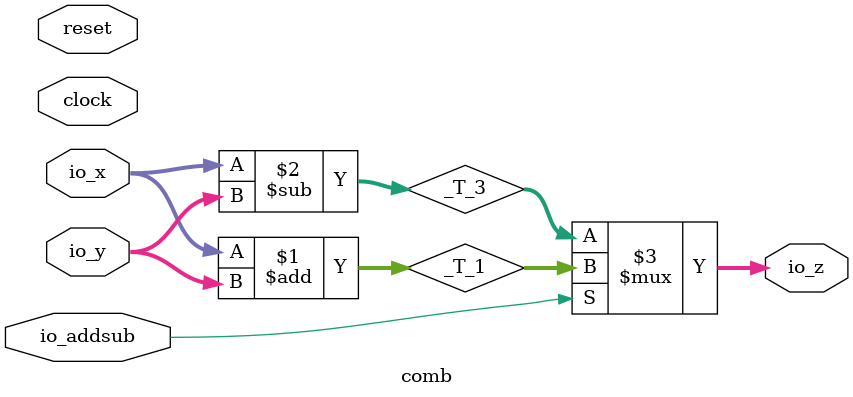
<source format=v>
module comb(
  input         clock,
  input         reset,
  input  [15:0] io_x,
  input  [15:0] io_y,
  input         io_addsub,
  output [15:0] io_z
);
  wire [15:0] _T_1 = io_x + io_y; // @[comb.scala 16:18]
  wire [15:0] _T_3 = io_x - io_y; // @[comb.scala 18:18]
  assign io_z = io_addsub ? _T_1 : _T_3; // @[comb.scala 16:10 comb.scala 18:10]
endmodule

</source>
